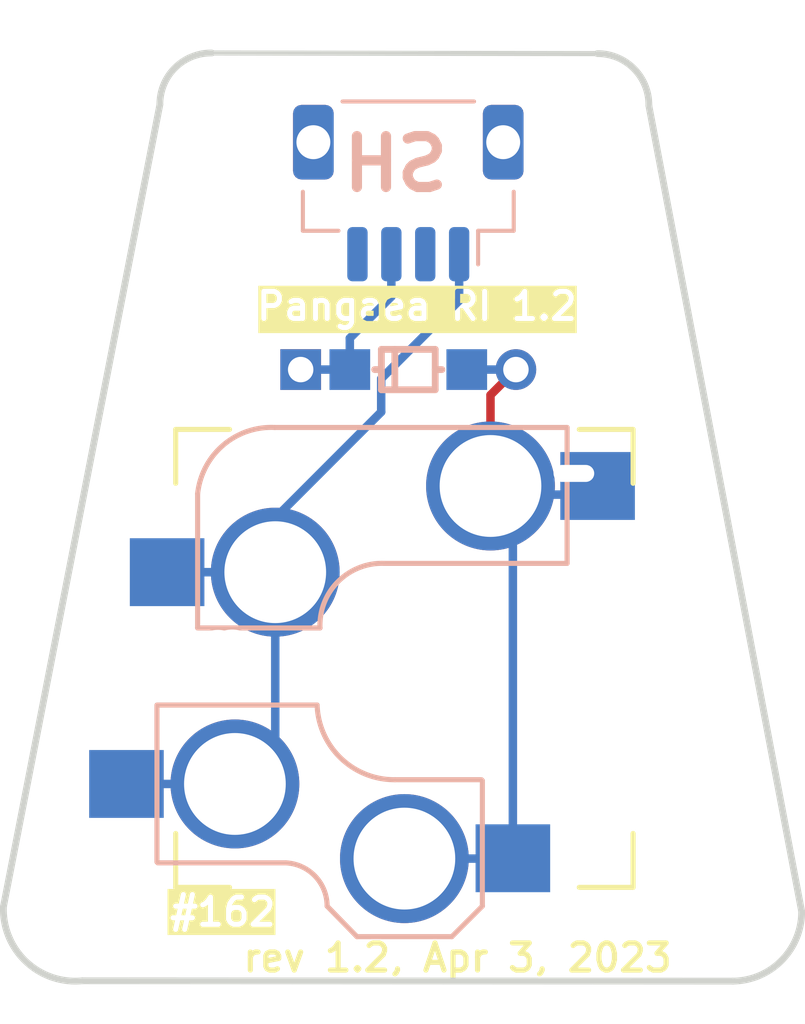
<source format=kicad_pcb>
(kicad_pcb (version 20221018) (generator pcbnew)
  (layers (0 "F.Cu" signal) (31 "B.Cu" signal) (34 "B.Paste" user) (35 "F.Paste" user) (36 "B.SilkS" user "B.Silkscreen") (37 "F.SilkS" user "F.Silkscreen") (38 "B.Mask" user) (39 "F.Mask" user) (44 "Edge.Cuts" user))
  (net 0 "")
  (net 1 "TY4")
  (net 2 "SW2")
  (net 3 "SW1")
  (net 4 "TY5")
  (net 5 "TX4")
  (footprint "footprint:diode_TH_SMD_rev3" (layer "F.Cu") (at 31.262746 30.79)
    (fp_text reference "D1")
    (fp_text value "D" hide)
    (fp_line (start -0.992182 0) (end -0.793744 0) (stroke (width 0.2)) (layer "B.SilkS"))
    (fp_line (start -0.793744 -0.595314) (end -0.793744 0.595314) (stroke (width 0.2)) (layer "B.SilkS"))
    (fp_line (start -0.793744 0.595314) (end 0.79376 0.595314) (stroke (width 0.2)) (layer "B.SilkS"))
    (fp_line (start -0.396868 0.595314) (end -0.396868 -0.595314) (stroke (width 0.2)) (layer "B.SilkS"))
    (fp_line (start 0.79376 -0.595314) (end -0.793744 -0.595314) (stroke (width 0.2)) (layer "B.SilkS"))
    (fp_line (start 0.79376 0) (end 0.992198 0) (stroke (width 0.2)) (layer "B.SilkS"))
    (fp_line (start 0.79376 0.595314) (end 0.79376 -0.595314) (stroke (width 0.2)) (layer "B.SilkS"))
    (pad "1" thru_hole rect (at -3.175 0) (size 1.2 1.2) (drill 0.75) (layers "*.Cu" "B.Mask") (net 1 "TY4"))
    (pad "1" smd rect (at -1.725 0) (size 1.2 1.2) (layers "B.Cu" "B.Paste" "B.Mask") (net 1 "TY4"))
    (pad "2" smd rect (at 1.725 0) (size 1.2 1.2) (layers "B.Cu" "B.Paste" "B.Mask") (net 2 "SW2"))
    (pad "2" thru_hole circle (at 3.175 0) (size 1.2 1.2) (drill 0.75) (layers "*.Cu" "B.Mask") (net 2 "SW2"))
  )
  (footprint "footprint:CherryMX_Choc_Hotswap_rev9_test" (layer "F.Cu") (at 31.147746 39.3)
    (fp_text reference "SW1" hide)
    (fp_text value "SW_Push" hide)
    (fp_line (start -7.3 1.4) (end -7.3 6) (stroke (width 0.15)) (layer "B.SilkS"))
    (fp_line (start -6.1 -4.85) (end -6.1 -0.905) (stroke (width 0.15)) (layer "B.SilkS"))
    (fp_line (start -6.1 -0.896) (end -2.49 -0.896) (stroke (width 0.15)) (layer "B.SilkS"))
    (fp_line (start -3.5 6.025) (end -7.275 6.025) (stroke (width 0.15)) (layer "B.SilkS"))
    (fp_line (start -2.575 1.375) (end -7.3 1.375) (stroke (width 0.15)) (layer "B.SilkS"))
    (fp_line (start -2.28 7.3) (end -1.4 8.2) (stroke (width 0.15)) (layer "B.SilkS"))
    (fp_line (start 1.4 8.2) (end -1.4 8.2) (stroke (width 0.15)) (layer "B.SilkS"))
    (fp_line (start 2.275 3.575) (end -0.275 3.575) (stroke (width 0.15)) (layer "B.SilkS"))
    (fp_line (start 2.3 3.6) (end 2.3 7.3) (stroke (width 0.15)) (layer "B.SilkS"))
    (fp_line (start 2.3 7.3) (end 1.4 8.2) (stroke (width 0.15)) (layer "B.SilkS"))
    (fp_line (start 4.8 -6.804) (end -3.825 -6.804) (stroke (width 0.15)) (layer "B.SilkS"))
    (fp_line (start 4.8 -2.8) (end -0.6 -2.8) (stroke (width 0.15)) (layer "B.SilkS"))
    (fp_line (start 4.8 -2.8) (end 4.8 -6.804) (stroke (width 0.15)) (layer "B.SilkS"))
    (fp_arc (start -6.1 -4.85) (mid -5.3507 -6.278973) (end -3.825 -6.804) (stroke (width 0.15)) (layer "B.SilkS"))
    (fp_arc (start -3.5 6.025) (mid -2.633993 6.417536) (end -2.28 7.3) (stroke (width 0.15)) (layer "B.SilkS"))
    (fp_arc (start -2.49 -0.896) (mid -1.960305 -2.260252) (end -0.6 -2.8) (stroke (width 0.15)) (layer "B.SilkS"))
    (fp_arc (start -0.275 3.575) (mid -1.872559 2.942903) (end -2.575 1.375) (stroke (width 0.15)) (layer "B.SilkS"))
    (fp_line (start -6.746875 -6.746875) (end -5.159375 -6.746875) (stroke (width 0.15)) (layer "F.SilkS"))
    (fp_line (start -6.746875 -5.159375) (end -6.746875 -6.746875) (stroke (width 0.15)) (layer "F.SilkS"))
    (fp_line (start -6.746875 6.746875) (end -6.746875 5.159375) (stroke (width 0.15)) (layer "F.SilkS"))
    (fp_line (start -5.159375 6.746875) (end -6.746875 6.746875) (stroke (width 0.15)) (layer "F.SilkS"))
    (fp_line (start 5.159375 -6.746875) (end 6.746875 -6.746875) (stroke (width 0.15)) (layer "F.SilkS"))
    (fp_line (start 6.746875 -6.746875) (end 6.746875 -5.159375) (stroke (width 0.15)) (layer "F.SilkS"))
    (fp_line (start 6.746875 5.159375) (end 6.746875 6.746875) (stroke (width 0.15)) (layer "F.SilkS"))
    (fp_line (start 6.746875 6.746875) (end 5.159375 6.746875) (stroke (width 0.15)) (layer "F.SilkS"))
    (pad "" np_thru_hole circle (at -5.5 0 90) (size 1.68 1.68) (drill 1.68) (layers "*.Cu" "*.Mask"))
    (pad "" np_thru_hole circle (at -5.08 0) (size 1.7 1.7) (drill 1.7) (layers "*.Cu" "*.Mask"))
    (pad "" np_thru_hole circle (at 0 0 90) (size 4.9 4.9) (drill 4.9) (layers "*.Cu" "*.Mask"))
    (pad "" np_thru_hole oval (at 5 -5.45 180) (size 1.2 0.5) (drill oval 1.2 0.5) (layers "*.Cu" "*.Mask"))
    (pad "" np_thru_hole circle (at 5.08 0) (size 1.7 1.7) (drill 1.7) (layers "*.Cu" "*.Mask"))
    (pad "" np_thru_hole circle (at 5.5 0 90) (size 1.68 1.68) (drill 1.68) (layers "*.Cu" "*.Mask"))
    (pad "1" smd rect (at -8.2 3.7) (size 2.2 2) (layers "B.Cu" "B.Paste" "B.Mask") (net 3 "SW1"))
    (pad "1" smd rect (at -7 -2.54) (size 2.2 2) (layers "B.Cu" "B.Paste" "B.Mask") (net 3 "SW1"))
    (pad "1" thru_hole circle (at -5 3.7 90) (size 3.8 3.8) (drill 3) (layers "*.Cu" "B.Mask") (net 3 "SW1"))
    (pad "1" thru_hole circle (at -3.81 -2.54 180) (size 3.8 3.8) (drill 3) (layers "*.Cu" "B.Mask") (net 3 "SW1"))
    (pad "2" thru_hole circle (at 0 5.9 90) (size 3.8 3.8) (drill 3) (layers "*.Cu" "B.Mask") (net 2 "SW2"))
    (pad "2" thru_hole circle (at 2.54 -5.08 180) (size 3.8 3.8) (drill 3) (layers "*.Cu" "B.Mask") (net 2 "SW2"))
    (pad "2" smd rect (at 3.2 5.89) (size 2.2 2) (layers "B.Cu" "B.Paste" "B.Mask") (net 2 "SW2"))
    (pad "2" smd rect (at 5.7 -5.08) (size 2.2 2) (layers "B.Cu" "B.Paste" "B.Mask") (net 2 "SW2"))
  )
  (footprint "footprint:M2_Hole" (layer "F.Cu") (at 40.837746 46.78)
    (fp_text reference "H4" hide)
    (fp_text value "MountingHole" hide)
    (pad "" np_thru_hole circle (at 0 0) (size 1.95 1.95) (drill 1.95) (layers "F&B.Cu" "*.Mask"))
  )
  (footprint "footprint:M2_Hole" (layer "F.Cu") (at 21.417746 46.78)
    (fp_text reference "H2" hide)
    (fp_text value "MountingHole" hide)
    (pad "" np_thru_hole circle (at 0 0) (size 1.95 1.95) (drill 1.95) (layers "F&B.Cu" "*.Mask"))
  )
  (footprint "footprint:M2_Hole" (layer "F.Cu") (at 24.89 27.55)
    (fp_text reference "H1" hide)
    (fp_text value "MountingHole" hide)
    (pad "" np_thru_hole circle (at 0 0) (size 1.95 1.95) (drill 1.95) (layers "F&B.Cu" "*.Mask"))
  )
  (footprint "footprint:M2_Hole" (layer "F.Cu") (at 37.44 27.55)
    (fp_text reference "H3" hide)
    (fp_text value "MountingHole" hide)
    (pad "" np_thru_hole circle (at 0 0) (size 1.95 1.95) (drill 1.95) (layers "F&B.Cu" "*.Mask"))
  )
  (footprint "footprint:JST_SH_BM03B-SRSS-TB_1x04-1MP_P1.00mm_Vertical" (layer "B.Cu") (at 31.262746 25.59 180)
    (fp_text reference "J2")
    (fp_text value "Conn_01x04")
    (fp_line (start -3.11 -1.11) (end -2.06 -1.11) (stroke (width 0.12)) (layer "B.SilkS"))
    (fp_line (start -3.11 0.04) (end -3.11 -1.11) (stroke (width 0.12)) (layer "B.SilkS"))
    (fp_line (start -2.06 -1.11) (end -2.06 -2.1) (stroke (width 0.12)) (layer "B.SilkS"))
    (fp_line (start -1.94 2.7) (end 1.94 2.7) (stroke (width 0.12)) (layer "B.SilkS"))
    (fp_line (start 3.11 -1.11) (end 2.06 -1.11) (stroke (width 0.12)) (layer "B.SilkS"))
    (fp_line (start 3.11 0.04) (end 3.11 -1.11) (stroke (width 0.12)) (layer "B.SilkS"))
    (pad "1" smd roundrect (at -1.5 -1.8 180) (size 0.6 1.6) (layers "B.Cu" "B.Paste" "B.Mask") (net 3 "SW1"))
    (pad "2" smd roundrect (at -0.5 -1.8 180) (size 0.6 1.6) (layers "B.Cu" "B.Paste" "B.Mask") (net 5 "TX4"))
    (pad "3" smd roundrect (at 0.5 -1.8 180) (size 0.6 1.6) (layers "B.Cu" "B.Paste" "B.Mask") (net 1 "TY4"))
    (pad "4" smd roundrect (at 1.5 -1.8 180) (size 0.6 1.6) (layers "B.Cu" "B.Paste" "B.Mask") (net 4 "TY5"))
    (pad "MP" thru_hole roundrect (at -2.8 1.5 180) (size 1.2 2.2) (drill 1) (layers "*.Cu" "*.Mask") (roundrect_rratio 0.208))
    (pad "MP" thru_hole roundrect (at 2.8 1.5 180) (size 1.2 2.2) (drill 1) (layers "*.Cu" "*.Mask") (roundrect_rratio 0.208))
  )
  (gr_line (start 36.840194 21.479901) (end 25.464214 21.461423) (stroke (width 0.15)) (layer "Edge.Cuts"))
  (gr_arc (start 21.647746 48.8) (mid 19.988071 48.237464) (end 19.318545 46.617988) (stroke (width 0.2)) (layer "Edge.Cuts"))
  (gr_line (start 38.36 23.010001) (end 42.867843 46.76) (stroke (width 0.2)) (layer "Edge.Cuts"))
  (gr_arc (start 42.867843 46.76) (mid 42.274437 48.202549) (end 40.837746 48.809999) (stroke (width 0.2)) (layer "Edge.Cuts"))
  (gr_line (start 21.647746 48.8) (end 40.837746 48.81) (stroke (width 0.2)) (layer "Edge.Cuts"))
  (gr_arc (start 23.934114 22.981229) (mid 24.38 21.900001) (end 25.464214 21.461423) (stroke (width 0.2)) (layer "Edge.Cuts"))
  (gr_arc (start 36.840194 21.479901) (mid 37.921422 21.925787) (end 38.36 23.010001) (stroke (width 0.2)) (layer "Edge.Cuts"))
  (gr_line (start 23.934114 22.981229) (end 19.318545 46.617988) (stroke (width 0.2)) (layer "Edge.Cuts"))
  (gr_text "SH" (at 32.587746 25.61) (layer "B.SilkS") (effects (font (size 1.5 1.5) (thickness 0.3) bold) (justify left bottom mirror)))
  (gr_text "Pangaea RI 1.2" (at 26.712746 29.39) (layer "F.SilkS" knockout) (effects (font (size 0.8 0.8)) (justify left bottom)))
  (gr_text "rev 1.2, Apr 3, 2023" (at 26.312746 48.59) (layer "F.SilkS") (effects (font (size 0.8 0.8)) (justify left bottom)))
  (gr_text "#162" (at 24.147746 47.24) (layer "F.SilkS" knockout) (effects (font (size 0.8 0.8)) (justify left bottom)))
  (segment (start 29.537746 30.79) (end 29.537746 30.3274) (width 0.25) (layer "B.Cu") (net 1))
  (segment (start 30.762746 28.6399) (end 29.537746 29.8649) (width 0.25) (layer "B.Cu") (net 1))
  (segment (start 29.475446 30.3274) (end 29.012846 30.79) (width 0.25) (layer "B.Cu") (net 1))
  (segment (start 28.087746 30.79) (end 29.012846 30.79) (width 0.25) (layer "B.Cu") (net 1))
  (segment (start 29.537746 30.3274) (end 29.537746 29.8649) (width 0.25) (layer "B.Cu") (net 1))
  (segment (start 29.537746 30.3274) (end 29.475446 30.3274) (width 0.25) (layer "B.Cu") (net 1))
  (segment (start 30.762746 27.39) (end 30.762746 28.6399) (width 0.25) (layer "B.Cu") (net 1))
  (segment (start 34.437746 30.79) (end 33.687746 31.54) (width 0.25) (layer "F.Cu") (net 2))
  (segment (start 33.687746 31.54) (end 33.687746 34.22) (width 0.25) (layer "F.Cu") (net 2))
  (segment (start 33.942746 34.475) (end 36.756646 34.475) (width 0.25) (layer "B.Cu") (net 2))
  (segment (start 31.147746 45.2) (end 34.337746 45.2) (width 0.25) (layer "B.Cu") (net 2))
  (segment (start 33.687746 34.22) (end 33.942746 34.475) (width 0.25) (layer "B.Cu") (net 2))
  (segment (start 34.337746 45.2) (end 34.347746 45.19) (width 0.25) (layer "B.Cu") (net 2))
  (segment (start 34.347746 34.88) (end 33.687746 34.22) (width 0.25) (layer "B.Cu") (net 2))
  (segment (start 34.347746 45.19) (end 34.347746 34.88) (width 0.25) (layer "B.Cu") (net 2))
  (segment (start 34.437746 30.79) (end 32.987746 30.79) (width 0.25) (layer "B.Cu") (net 2))
  (segment (start 27.337746 36.76) (end 27.337746 41.81) (width 0.25) (layer "B.Cu") (net 3))
  (segment (start 25.742746 36.76) (end 27.337746 36.76) (width 0.25) (layer "B.Cu") (net 3))
  (segment (start 32.762746 28.7583) (end 32.762746 27.39) (width 0.25) (layer "B.Cu") (net 3))
  (segment (start 25.742746 36.76) (end 30.462946 32.0398) (width 0.25) (layer "B.Cu") (net 3))
  (segment (start 27.337746 41.81) (end 26.147746 43) (width 0.25) (layer "B.Cu") (net 3))
  (segment (start 24.147746 36.76) (end 25.742746 36.76) (width 0.25) (layer "B.Cu") (net 3))
  (segment (start 30.462946 31.0581) (end 32.762746 28.7583) (width 0.25) (layer "B.Cu") (net 3))
  (segment (start 30.462946 32.0398) (end 30.462946 31.0581) (width 0.25) (layer "B.Cu") (net 3))
  (segment (start 26.147746 43) (end 22.947746 43) (width 0.25) (layer "B.Cu") (net 3))
)
</source>
